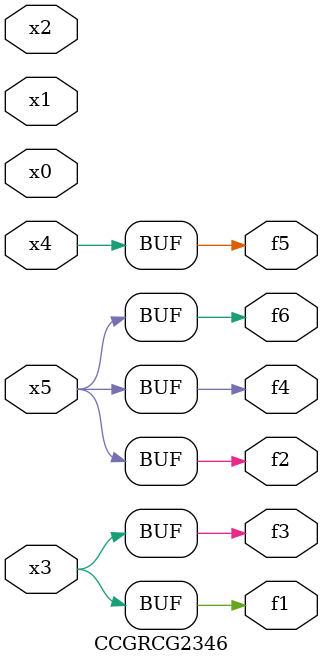
<source format=v>
module CCGRCG2346(
	input x0, x1, x2, x3, x4, x5,
	output f1, f2, f3, f4, f5, f6
);
	assign f1 = x3;
	assign f2 = x5;
	assign f3 = x3;
	assign f4 = x5;
	assign f5 = x4;
	assign f6 = x5;
endmodule

</source>
